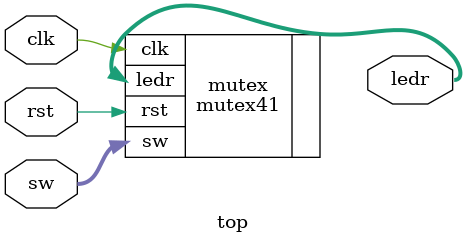
<source format=v>
module top (
    input clk,
    input rst,
    input [9:0] sw,
    output [15:0] ledr
);

mutex41 mutex(
    .clk(clk),
    .rst(rst),
    .sw(sw),
    .ledr(ledr)
);

endmodule
</source>
